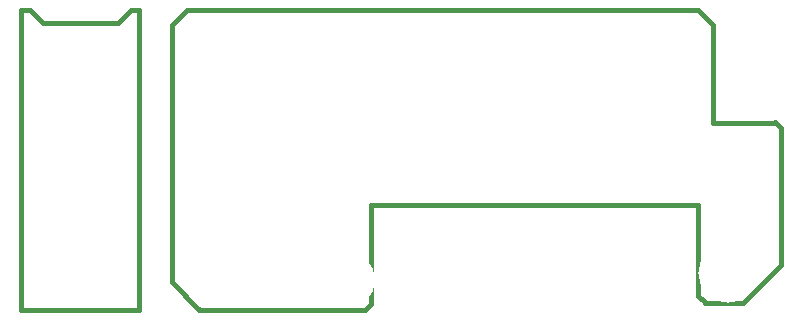
<source format=gbr>
G04 (created by PCBNEW-RS274X (2011-11-27 BZR 3249)-stable) date 17/09/2012 7:08:21 p.m.*
G01*
G70*
G90*
%MOIN*%
G04 Gerber Fmt 3.4, Leading zero omitted, Abs format*
%FSLAX34Y34*%
G04 APERTURE LIST*
%ADD10C,0.006000*%
%ADD11C,0.015000*%
%ADD12C,0.035400*%
%ADD13C,0.088600*%
%ADD14C,0.197500*%
%ADD15C,0.173900*%
%ADD16C,0.056000*%
%ADD17C,0.060000*%
%ADD18R,0.060000X0.060000*%
G04 APERTURE END LIST*
G54D10*
G54D11*
X26042Y-04567D02*
X26023Y-04567D01*
X26220Y-04745D02*
X26042Y-04567D01*
X23465Y-10355D02*
X23464Y-10355D01*
X23681Y-10571D02*
X23465Y-10355D01*
X12362Y-10808D02*
X12559Y-10611D01*
X00904Y-00827D02*
X00904Y-00867D01*
X01180Y-00827D02*
X00904Y-00827D01*
X01613Y-01260D02*
X01180Y-00827D01*
X04133Y-01260D02*
X01613Y-01260D01*
X04566Y-00827D02*
X04133Y-01260D01*
X04841Y-00827D02*
X04566Y-00827D01*
X04841Y-10827D02*
X04841Y-00827D01*
X00904Y-10827D02*
X04841Y-10827D01*
X06823Y-10804D02*
X06815Y-10804D01*
X05925Y-09906D02*
X06823Y-10813D01*
X05925Y-01323D02*
X05925Y-09906D01*
X06425Y-00823D02*
X05925Y-01323D01*
X00904Y-10827D02*
X00904Y-00823D01*
X12562Y-07339D02*
X12562Y-10611D01*
X23468Y-07339D02*
X12562Y-07339D01*
X23468Y-10355D02*
X23468Y-07339D01*
X23962Y-01323D02*
X23462Y-00823D01*
X23962Y-04573D02*
X26042Y-04573D01*
X23962Y-01323D02*
X23962Y-04573D01*
X24962Y-10573D02*
X26212Y-09323D01*
X23681Y-10573D02*
X24962Y-10573D01*
X12362Y-10813D02*
X06823Y-10813D01*
X26212Y-04745D02*
X26212Y-09323D01*
X06425Y-00823D02*
X23462Y-00823D01*
%LPC*%
G54D12*
X03740Y-08760D03*
X02008Y-08760D03*
G54D13*
X02283Y-03644D03*
G54D14*
X24462Y-09573D03*
G54D15*
X11812Y-09823D03*
G54D16*
X11382Y-04523D03*
X11382Y-02523D03*
G54D17*
X12962Y-05683D03*
X13962Y-05683D03*
X14962Y-06683D03*
X14962Y-05683D03*
G54D18*
X06522Y-02943D03*
G54D17*
X06522Y-03943D03*
X06522Y-04943D03*
X06522Y-05943D03*
G54D13*
X02381Y-05317D03*
X03562Y-04333D03*
X03464Y-02758D03*
G54D18*
X25697Y-05575D03*
G54D17*
X24697Y-05575D03*
X25697Y-06575D03*
X24697Y-06575D03*
X25697Y-07575D03*
X24697Y-07575D03*
M02*

</source>
